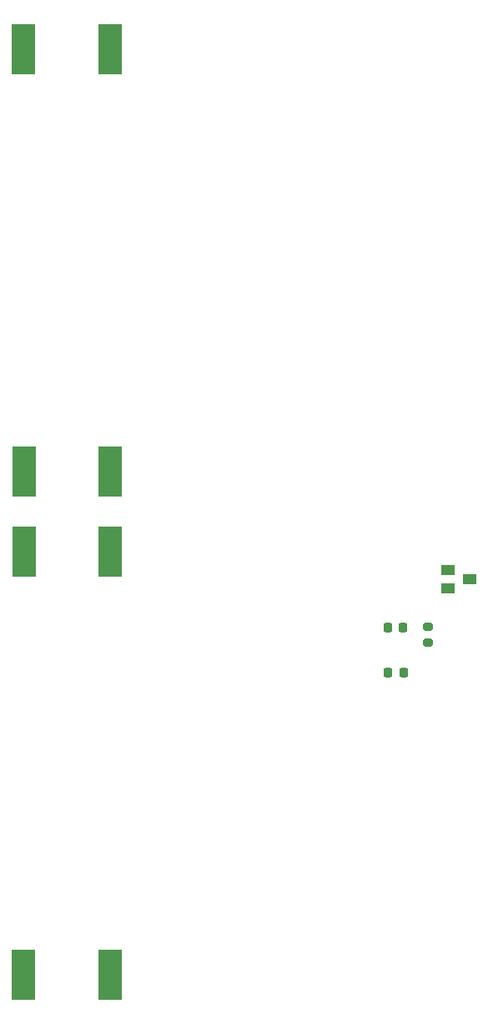
<source format=gbr>
%TF.GenerationSoftware,KiCad,Pcbnew,7.0.9*%
%TF.CreationDate,2023-12-08T00:16:34+01:00*%
%TF.ProjectId,SMPS_V1,534d5053-5f56-4312-9e6b-696361645f70,rev?*%
%TF.SameCoordinates,Original*%
%TF.FileFunction,Paste,Bot*%
%TF.FilePolarity,Positive*%
%FSLAX46Y46*%
G04 Gerber Fmt 4.6, Leading zero omitted, Abs format (unit mm)*
G04 Created by KiCad (PCBNEW 7.0.9) date 2023-12-08 00:16:34*
%MOMM*%
%LPD*%
G01*
G04 APERTURE LIST*
G04 Aperture macros list*
%AMRoundRect*
0 Rectangle with rounded corners*
0 $1 Rounding radius*
0 $2 $3 $4 $5 $6 $7 $8 $9 X,Y pos of 4 corners*
0 Add a 4 corners polygon primitive as box body*
4,1,4,$2,$3,$4,$5,$6,$7,$8,$9,$2,$3,0*
0 Add four circle primitives for the rounded corners*
1,1,$1+$1,$2,$3*
1,1,$1+$1,$4,$5*
1,1,$1+$1,$6,$7*
1,1,$1+$1,$8,$9*
0 Add four rect primitives between the rounded corners*
20,1,$1+$1,$2,$3,$4,$5,0*
20,1,$1+$1,$4,$5,$6,$7,0*
20,1,$1+$1,$6,$7,$8,$9,0*
20,1,$1+$1,$8,$9,$2,$3,0*%
G04 Aperture macros list end*
%ADD10R,2.420000X5.080000*%
%ADD11RoundRect,0.225000X-0.225000X-0.250000X0.225000X-0.250000X0.225000X0.250000X-0.225000X0.250000X0*%
%ADD12R,1.400000X1.000000*%
%ADD13RoundRect,0.200000X0.275000X-0.200000X0.275000X0.200000X-0.275000X0.200000X-0.275000X-0.200000X0*%
G04 APERTURE END LIST*
D10*
%TO.C,J32*%
X91630000Y-131930000D03*
X82870000Y-131930000D03*
%TD*%
%TO.C,J31*%
X82917000Y-89060000D03*
X91677000Y-89060000D03*
%TD*%
%TO.C,J30*%
X91677000Y-80920000D03*
X82917000Y-80920000D03*
%TD*%
%TO.C,J29*%
X82870000Y-38070000D03*
X91630000Y-38070000D03*
%TD*%
D11*
%TO.C,C14*%
X119874000Y-101279000D03*
X121424000Y-101279000D03*
%TD*%
D12*
%TO.C,D2*%
X125970000Y-92752000D03*
X125970000Y-90852000D03*
X128170000Y-91802000D03*
%TD*%
D11*
%TO.C,C15*%
X119861000Y-96694000D03*
X121411000Y-96694000D03*
%TD*%
D13*
%TO.C,R23*%
X123938000Y-98281000D03*
X123938000Y-96631000D03*
%TD*%
M02*

</source>
